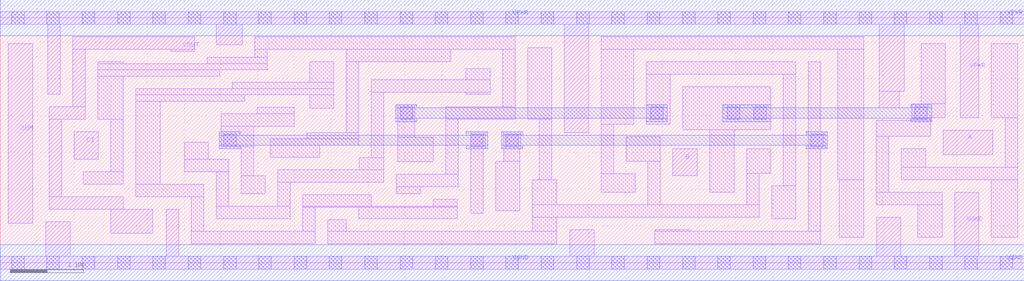
<source format=lef>
# Copyright 2020 The SkyWater PDK Authors
#
# Licensed under the Apache License, Version 2.0 (the "License");
# you may not use this file except in compliance with the License.
# You may obtain a copy of the License at
#
#     https://www.apache.org/licenses/LICENSE-2.0
#
# Unless required by applicable law or agreed to in writing, software
# distributed under the License is distributed on an "AS IS" BASIS,
# WITHOUT WARRANTIES OR CONDITIONS OF ANY KIND, either express or implied.
# See the License for the specific language governing permissions and
# limitations under the License.
#
# SPDX-License-Identifier: Apache-2.0

VERSION 5.7 ;
  NAMESCASESENSITIVE ON ;
  NOWIREEXTENSIONATPIN ON ;
  DIVIDERCHAR "/" ;
  BUSBITCHARS "[]" ;
UNITS
  DATABASE MICRONS 200 ;
END UNITS
MACRO sky130_fd_sc_ms__fah_1
  CLASS CORE ;
  SOURCE USER ;
  FOREIGN sky130_fd_sc_ms__fah_1 ;
  ORIGIN  0.000000  0.000000 ;
  SIZE  13.92000 BY  3.330000 ;
  SYMMETRY X Y ;
  SITE unit ;
  PIN A
    ANTENNAGATEAREA  0.552000 ;
    DIRECTION INPUT ;
    USE SIGNAL ;
    PORT
      LAYER li1 ;
        RECT 12.820000 1.470000 13.490000 1.800000 ;
    END
  END A
  PIN B
    ANTENNAGATEAREA  0.807000 ;
    DIRECTION INPUT ;
    USE SIGNAL ;
    PORT
      LAYER li1 ;
        RECT 9.145000 1.180000 9.475000 1.550000 ;
    END
  END B
  PIN CI
    ANTENNAGATEAREA  0.276000 ;
    DIRECTION INPUT ;
    USE SIGNAL ;
    PORT
      LAYER li1 ;
        RECT 1.005000 1.410000 1.335000 1.780000 ;
    END
  END CI
  PIN COUT
    ANTENNADIFFAREA  0.658050 ;
    DIRECTION OUTPUT ;
    USE SIGNAL ;
    PORT
      LAYER li1 ;
        RECT 0.665000 0.730000 1.675000 0.900000 ;
        RECT 0.665000 0.900000 0.835000 1.950000 ;
        RECT 0.665000 1.950000 1.155000 2.120000 ;
        RECT 0.985000 2.120000 1.155000 2.905000 ;
        RECT 0.985000 2.905000 2.645000 3.075000 ;
        RECT 1.505000 0.400000 2.075000 0.730000 ;
        RECT 2.315000 2.875000 2.645000 2.905000 ;
    END
  END COUT
  PIN SUM
    ANTENNADIFFAREA  0.520800 ;
    DIRECTION OUTPUT ;
    USE SIGNAL ;
    PORT
      LAYER li1 ;
        RECT 0.110000 0.540000 0.445000 2.980000 ;
    END
  END SUM
  PIN VGND
    DIRECTION INOUT ;
    USE GROUND ;
    PORT
      LAYER li1 ;
        RECT  0.000000 -0.085000 13.920000 0.085000 ;
        RECT  0.620000  0.085000  0.950000 0.560000 ;
        RECT  2.255000  0.085000  2.425000 0.730000 ;
        RECT  7.745000  0.085000  8.075000 0.450000 ;
        RECT 11.915000  0.085000 12.245000 0.620000 ;
        RECT 12.975000  0.085000 13.305000 0.960000 ;
      LAYER mcon ;
        RECT  0.155000 -0.085000  0.325000 0.085000 ;
        RECT  0.635000 -0.085000  0.805000 0.085000 ;
        RECT  1.115000 -0.085000  1.285000 0.085000 ;
        RECT  1.595000 -0.085000  1.765000 0.085000 ;
        RECT  2.075000 -0.085000  2.245000 0.085000 ;
        RECT  2.555000 -0.085000  2.725000 0.085000 ;
        RECT  3.035000 -0.085000  3.205000 0.085000 ;
        RECT  3.515000 -0.085000  3.685000 0.085000 ;
        RECT  3.995000 -0.085000  4.165000 0.085000 ;
        RECT  4.475000 -0.085000  4.645000 0.085000 ;
        RECT  4.955000 -0.085000  5.125000 0.085000 ;
        RECT  5.435000 -0.085000  5.605000 0.085000 ;
        RECT  5.915000 -0.085000  6.085000 0.085000 ;
        RECT  6.395000 -0.085000  6.565000 0.085000 ;
        RECT  6.875000 -0.085000  7.045000 0.085000 ;
        RECT  7.355000 -0.085000  7.525000 0.085000 ;
        RECT  7.835000 -0.085000  8.005000 0.085000 ;
        RECT  8.315000 -0.085000  8.485000 0.085000 ;
        RECT  8.795000 -0.085000  8.965000 0.085000 ;
        RECT  9.275000 -0.085000  9.445000 0.085000 ;
        RECT  9.755000 -0.085000  9.925000 0.085000 ;
        RECT 10.235000 -0.085000 10.405000 0.085000 ;
        RECT 10.715000 -0.085000 10.885000 0.085000 ;
        RECT 11.195000 -0.085000 11.365000 0.085000 ;
        RECT 11.675000 -0.085000 11.845000 0.085000 ;
        RECT 12.155000 -0.085000 12.325000 0.085000 ;
        RECT 12.635000 -0.085000 12.805000 0.085000 ;
        RECT 13.115000 -0.085000 13.285000 0.085000 ;
        RECT 13.595000 -0.085000 13.765000 0.085000 ;
      LAYER met1 ;
        RECT 0.000000 -0.245000 13.920000 0.245000 ;
    END
  END VGND
  PIN VPWR
    DIRECTION INOUT ;
    USE POWER ;
    PORT
      LAYER li1 ;
        RECT  0.000000 3.245000 13.920000 3.415000 ;
        RECT  0.645000 2.290000  0.815000 3.245000 ;
        RECT  2.935000 2.965000  3.290000 3.245000 ;
        RECT  7.670000 1.765000  8.000000 3.245000 ;
        RECT 11.950000 2.110000 12.220000 2.330000 ;
        RECT 11.950000 2.330000 12.290000 3.245000 ;
        RECT 13.050000 1.970000 13.300000 3.245000 ;
      LAYER mcon ;
        RECT  0.155000 3.245000  0.325000 3.415000 ;
        RECT  0.635000 3.245000  0.805000 3.415000 ;
        RECT  1.115000 3.245000  1.285000 3.415000 ;
        RECT  1.595000 3.245000  1.765000 3.415000 ;
        RECT  2.075000 3.245000  2.245000 3.415000 ;
        RECT  2.555000 3.245000  2.725000 3.415000 ;
        RECT  3.035000 3.245000  3.205000 3.415000 ;
        RECT  3.515000 3.245000  3.685000 3.415000 ;
        RECT  3.995000 3.245000  4.165000 3.415000 ;
        RECT  4.475000 3.245000  4.645000 3.415000 ;
        RECT  4.955000 3.245000  5.125000 3.415000 ;
        RECT  5.435000 3.245000  5.605000 3.415000 ;
        RECT  5.915000 3.245000  6.085000 3.415000 ;
        RECT  6.395000 3.245000  6.565000 3.415000 ;
        RECT  6.875000 3.245000  7.045000 3.415000 ;
        RECT  7.355000 3.245000  7.525000 3.415000 ;
        RECT  7.835000 3.245000  8.005000 3.415000 ;
        RECT  8.315000 3.245000  8.485000 3.415000 ;
        RECT  8.795000 3.245000  8.965000 3.415000 ;
        RECT  9.275000 3.245000  9.445000 3.415000 ;
        RECT  9.755000 3.245000  9.925000 3.415000 ;
        RECT 10.235000 3.245000 10.405000 3.415000 ;
        RECT 10.715000 3.245000 10.885000 3.415000 ;
        RECT 11.195000 3.245000 11.365000 3.415000 ;
        RECT 11.675000 3.245000 11.845000 3.415000 ;
        RECT 12.155000 3.245000 12.325000 3.415000 ;
        RECT 12.635000 3.245000 12.805000 3.415000 ;
        RECT 13.115000 3.245000 13.285000 3.415000 ;
        RECT 13.595000 3.245000 13.765000 3.415000 ;
      LAYER met1 ;
        RECT 0.000000 3.085000 13.920000 3.575000 ;
    END
  END VPWR
  OBS
    LAYER li1 ;
      RECT  1.130000 1.070000  1.675000 1.240000 ;
      RECT  1.325000 1.950000  1.675000 2.535000 ;
      RECT  1.325000 2.535000  2.985000 2.625000 ;
      RECT  1.325000 2.625000  3.630000 2.705000 ;
      RECT  1.325000 2.705000  1.675000 2.735000 ;
      RECT  1.505000 1.240000  1.675000 1.950000 ;
      RECT  1.845000 0.900000  2.765000 1.070000 ;
      RECT  1.845000 1.070000  2.175000 2.195000 ;
      RECT  1.845000 2.195000  3.325000 2.285000 ;
      RECT  1.845000 2.285000  4.535000 2.365000 ;
      RECT  2.500000 1.240000  3.105000 1.410000 ;
      RECT  2.500000 1.410000  2.830000 1.635000 ;
      RECT  2.595000 0.255000  4.285000 0.425000 ;
      RECT  2.595000 0.425000  2.765000 0.900000 ;
      RECT  2.815000 2.705000  3.630000 2.795000 ;
      RECT  2.935000 0.595000  3.945000 0.765000 ;
      RECT  2.935000 0.765000  3.105000 1.240000 ;
      RECT  3.005000 1.580000  3.445000 1.855000 ;
      RECT  3.005000 1.855000  4.000000 2.025000 ;
      RECT  3.155000 2.365000  4.535000 2.455000 ;
      RECT  3.275000 0.935000  3.605000 1.185000 ;
      RECT  3.275000 1.185000  3.445000 1.580000 ;
      RECT  3.460000 2.795000  3.630000 2.905000 ;
      RECT  3.460000 2.905000  7.000000 3.075000 ;
      RECT  3.495000 2.025000  4.000000 2.115000 ;
      RECT  3.670000 1.435000  4.340000 1.595000 ;
      RECT  3.670000 1.595000  4.875000 1.685000 ;
      RECT  3.775000 0.765000  3.945000 1.095000 ;
      RECT  3.775000 1.095000  5.215000 1.265000 ;
      RECT  4.115000 0.425000  4.285000 0.755000 ;
      RECT  4.115000 0.755000  6.215000 0.765000 ;
      RECT  4.115000 0.765000  5.045000 0.925000 ;
      RECT  4.170000 1.685000  4.875000 1.765000 ;
      RECT  4.205000 2.100000  4.535000 2.285000 ;
      RECT  4.205000 2.455000  4.535000 2.735000 ;
      RECT  4.455000 0.255000  7.565000 0.425000 ;
      RECT  4.455000 0.425000  4.705000 0.585000 ;
      RECT  4.705000 1.765000  4.875000 2.730000 ;
      RECT  4.705000 2.730000  6.125000 2.905000 ;
      RECT  4.875000 0.595000  6.215000 0.755000 ;
      RECT  4.880000 1.265000  5.215000 1.425000 ;
      RECT  5.045000 1.425000  5.215000 2.320000 ;
      RECT  5.045000 2.320000  6.660000 2.490000 ;
      RECT  5.385000 0.935000  5.715000 1.035000 ;
      RECT  5.385000 1.035000  6.225000 1.205000 ;
      RECT  5.405000 1.375000  5.885000 1.705000 ;
      RECT  5.405000 1.705000  5.635000 2.150000 ;
      RECT  5.885000 0.765000  6.215000 0.865000 ;
      RECT  6.055000 1.205000  6.225000 1.950000 ;
      RECT  6.055000 1.950000  7.000000 2.120000 ;
      RECT  6.330000 2.290000  6.660000 2.320000 ;
      RECT  6.330000 2.490000  6.660000 2.640000 ;
      RECT  6.395000 0.670000  6.565000 1.550000 ;
      RECT  6.395000 1.550000  6.595000 1.780000 ;
      RECT  6.735000 0.710000  7.065000 1.380000 ;
      RECT  6.830000 2.120000  7.000000 2.905000 ;
      RECT  6.845000 1.380000  7.065000 1.550000 ;
      RECT  6.845000 1.550000  7.075000 1.780000 ;
      RECT  7.170000 1.950000  7.500000 2.925000 ;
      RECT  7.235000 0.425000  7.565000 0.620000 ;
      RECT  7.235000 0.620000 10.315000 0.790000 ;
      RECT  7.235000 0.790000  7.565000 1.130000 ;
      RECT  7.330000 1.130000  7.500000 1.950000 ;
      RECT  8.170000 0.960000  8.635000 1.210000 ;
      RECT  8.170000 1.210000  8.340000 1.880000 ;
      RECT  8.170000 1.880000  8.610000 2.905000 ;
      RECT  8.170000 2.905000 11.740000 3.075000 ;
      RECT  8.510000 1.380000  8.975000 1.710000 ;
      RECT  8.780000 1.880000  9.110000 2.565000 ;
      RECT  8.780000 2.565000 10.815000 2.735000 ;
      RECT  8.805000 0.790000  8.975000 1.380000 ;
      RECT  8.895000 0.255000 11.155000 0.425000 ;
      RECT  8.895000 0.425000  9.385000 0.450000 ;
      RECT  9.280000 1.805000 10.475000 2.395000 ;
      RECT  9.645000 0.960000  9.975000 1.805000 ;
      RECT 10.145000 0.790000 10.315000 1.220000 ;
      RECT 10.145000 1.220000 10.475000 1.550000 ;
      RECT 10.485000 0.595000 10.815000 1.050000 ;
      RECT 10.645000 1.050000 10.815000 2.565000 ;
      RECT 10.985000 0.425000 11.155000 1.550000 ;
      RECT 10.985000 1.550000 11.215000 1.780000 ;
      RECT 10.985000 1.780000 11.155000 2.735000 ;
      RECT 11.385000 1.130000 11.740000 2.905000 ;
      RECT 11.405000 0.350000 11.740000 1.130000 ;
      RECT 11.910000 0.790000 12.805000 0.960000 ;
      RECT 11.910000 0.960000 12.080000 1.720000 ;
      RECT 11.910000 1.720000 12.650000 1.940000 ;
      RECT 12.250000 1.130000 13.830000 1.300000 ;
      RECT 12.250000 1.300000 12.580000 1.550000 ;
      RECT 12.390000 1.940000 12.650000 1.970000 ;
      RECT 12.390000 1.970000 12.850000 2.160000 ;
      RECT 12.475000 0.350000 12.805000 0.790000 ;
      RECT 12.520000 2.160000 12.850000 2.980000 ;
      RECT 13.470000 1.970000 13.830000 2.980000 ;
      RECT 13.475000 0.350000 13.830000 1.130000 ;
      RECT 13.660000 1.300000 13.830000 1.970000 ;
    LAYER mcon ;
      RECT  3.035000 1.580000  3.205000 1.750000 ;
      RECT  5.435000 1.950000  5.605000 2.120000 ;
      RECT  6.395000 1.580000  6.565000 1.750000 ;
      RECT  6.875000 1.580000  7.045000 1.750000 ;
      RECT  8.840000 1.950000  9.010000 2.120000 ;
      RECT  9.885000 1.950000 10.055000 2.120000 ;
      RECT 10.245000 1.950000 10.415000 2.120000 ;
      RECT 11.015000 1.580000 11.185000 1.750000 ;
      RECT 12.435000 1.950000 12.605000 2.120000 ;
    LAYER met1 ;
      RECT  2.975000 1.550000  3.265000 1.595000 ;
      RECT  2.975000 1.595000  6.625000 1.735000 ;
      RECT  2.975000 1.735000  3.265000 1.780000 ;
      RECT  5.375000 1.920000  5.665000 1.965000 ;
      RECT  5.375000 1.965000  9.070000 2.105000 ;
      RECT  5.375000 2.105000  5.665000 2.150000 ;
      RECT  6.335000 1.550000  6.625000 1.595000 ;
      RECT  6.335000 1.735000  6.625000 1.780000 ;
      RECT  6.815000 1.550000  7.105000 1.595000 ;
      RECT  6.815000 1.595000 11.245000 1.735000 ;
      RECT  6.815000 1.735000  7.105000 1.780000 ;
      RECT  8.780000 1.920000  9.070000 1.965000 ;
      RECT  8.780000 2.105000  9.070000 2.150000 ;
      RECT  9.825000 1.920000 10.475000 1.965000 ;
      RECT  9.825000 1.965000 12.665000 2.105000 ;
      RECT  9.825000 2.105000 10.475000 2.150000 ;
      RECT 10.955000 1.550000 11.245000 1.595000 ;
      RECT 10.955000 1.735000 11.245000 1.780000 ;
      RECT 12.375000 1.920000 12.665000 1.965000 ;
      RECT 12.375000 2.105000 12.665000 2.150000 ;
  END
END sky130_fd_sc_ms__fah_1

</source>
